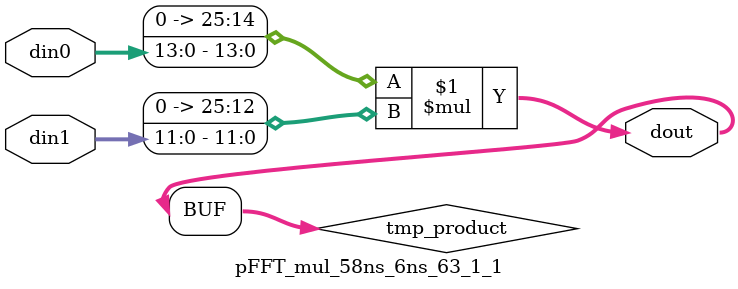
<source format=v>

`timescale 1 ns / 1 ps

 module pFFT_mul_58ns_6ns_63_1_1(din0, din1, dout);
parameter ID = 1;
parameter NUM_STAGE = 0;
parameter din0_WIDTH = 14;
parameter din1_WIDTH = 12;
parameter dout_WIDTH = 26;

input [din0_WIDTH - 1 : 0] din0; 
input [din1_WIDTH - 1 : 0] din1; 
output [dout_WIDTH - 1 : 0] dout;

wire signed [dout_WIDTH - 1 : 0] tmp_product;
























assign tmp_product = $signed({1'b0, din0}) * $signed({1'b0, din1});











assign dout = tmp_product;





















endmodule

</source>
